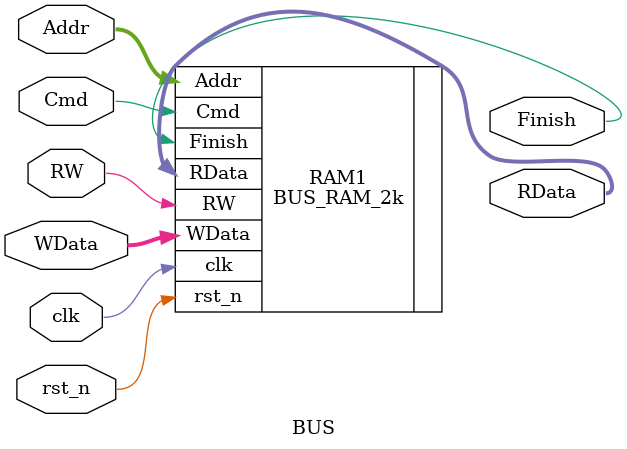
<source format=v>
`timescale 1ns / 1ps
module BUS(
    input [15:0] Addr,
    output [7:0] RData,
    input [7:0] WData,
    input Cmd,
    input RW,
    output Finish,
    input clk,
    input rst_n
    );

    BUS_RAM_2k RAM1(.Addr(Addr), .RData(RData), .WData(WData), .Cmd(Cmd), .RW(RW), .Finish(Finish), .clk(clk), .rst_n(rst_n));


endmodule

</source>
